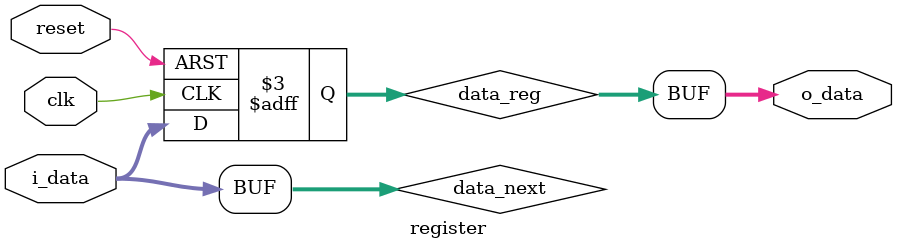
<source format=v>
`timescale 1ns / 1ps

module register(
    input clk,
    input reset,
    input [15:0] i_data,
    output [15:0] o_data
    );

    reg [15:0] data_next, data_reg;

    assign o_data = data_reg;

    always @(posedge clk, posedge reset) begin
        if(reset)begin
            data_reg <= 0;
        end else begin
            data_reg <= data_next;
        end
    end

    always @(*) begin
        data_next = i_data;
    end

endmodule

</source>
